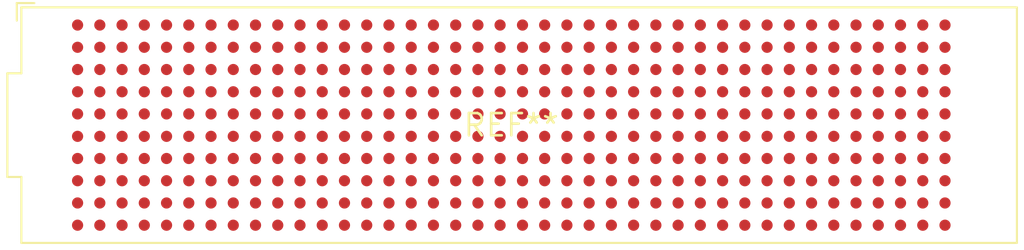
<source format=kicad_pcb>
(kicad_pcb (version 20240108) (generator pcbnew)
  (layers (0 "F.Cu" signal) (31 "B.Cu" signal) (34 "B.Paste" user) (35 "F.Paste" user) (36 "B.SilkS" user "B.Silkscreen") (37 "F.SilkS" user "F.Silkscreen") (38 "B.Mask" user) (39 "F.Mask" user) (44 "Edge.Cuts" user))
  (net 0 "")
  (footprint "Samtec_FMC_ASP-134486-01_10x40_P1.27mm_Vertical" (layer "F.Cu") (at 0 0)
    (property "Reference" "REF**")
    (property "Value" "Samtec_FMC_ASP-134486-01_10x40_P1.27mm_Vertical")
    (fp_line (start -28.775 -2.96) (end -27.975 -2.96) (layer "F.SilkS") (stroke (width 0.12)))
    (fp_line (start -28.775 2.96) (end -28.775 -2.96) (layer "F.SilkS") (stroke (width 0.12)))
    (fp_line (start -28.235 -6.97) (end -28.235 -5.97) (layer "F.SilkS") (stroke (width 0.12)))
    (fp_line (start -27.975 -6.725) (end 28.865 -6.725) (layer "F.SilkS") (stroke (width 0.12)))
    (fp_line (start -27.975 -2.96) (end -27.975 -6.725) (layer "F.SilkS") (stroke (width 0.12)))
    (fp_line (start -27.975 2.96) (end -28.775 2.96) (layer "F.SilkS") (stroke (width 0.12)))
    (fp_line (start -27.975 6.725) (end -27.975 2.96) (layer "F.SilkS") (stroke (width 0.12)))
    (fp_line (start -27.235 -6.97) (end -28.235 -6.97) (layer "F.SilkS") (stroke (width 0.12)))
    (fp_line (start 28.87 -6.72) (end 28.87 6.72) (layer "F.SilkS") (stroke (width 0.12)))
    (fp_line (start 28.87 6.725) (end -27.975 6.725) (layer "F.SilkS") (stroke (width 0.12)))
    (pad "" np_thru_hole circle (at -27.19 -3.05) (size 1.27 1.27) (drill 1.27) (layers *.Cu *.Mask))
    (pad "" np_thru_hole circle (at 27.191 0) (size 1.27 1.27) (drill 1.27) (layers *.Cu *.Mask))
    (pad "A1" smd circle (at -24.765 -5.715) (size 0.64 0.64) (layers "F.Cu" "F.Paste" "F.Mask"))
    (pad "A2" smd circle (at -23.495 -5.715) (size 0.64 0.64) (layers "F.Cu" "F.Paste" "F.Mask"))
    (pad "A3" smd circle (at -22.225 -5.715) (size 0.64 0.64) (layers "F.Cu" "F.Paste" "F.Mask"))
    (pad "A4" smd circle (at -20.955 -5.715) (size 0.64 0.64) (layers "F.Cu" "F.Paste" "F.Mask"))
    (pad "A5" smd circle (at -19.685 -5.715) (size 0.64 0.64) (layers "F.Cu" "F.Paste" "F.Mask"))
    (pad "A6" smd circle (at -18.415 -5.715) (size 0.64 0.64) (layers "F.Cu" "F.Paste" "F.Mask"))
    (pad "A7" smd circle (at -17.145 -5.715) (size 0.64 0.64) (layers "F.Cu" "F.Paste" "F.Mask"))
    (pad "A8" smd circle (at -15.875 -5.715) (size 0.64 0.64) (layers "F.Cu" "F.Paste" "F.Mask"))
    (pad "A9" smd circle (at -14.605 -5.715) (size 0.64 0.64) (layers "F.Cu" "F.Paste" "F.Mask"))
    (pad "A10" smd circle (at -13.335 -5.715) (size 0.64 0.64) (layers "F.Cu" "F.Paste" "F.Mask"))
    (pad "A11" smd circle (at -12.065 -5.715) (size 0.64 0.64) (layers "F.Cu" "F.Paste" "F.Mask"))
    (pad "A12" smd circle (at -10.795 -5.715) (size 0.64 0.64) (layers "F.Cu" "F.Paste" "F.Mask"))
    (pad "A13" smd circle (at -9.525 -5.715) (size 0.64 0.64) (layers "F.Cu" "F.Paste" "F.Mask"))
    (pad "A14" smd circle (at -8.255 -5.715) (size 0.64 0.64) (layers "F.Cu" "F.Paste" "F.Mask"))
    (pad "A15" smd circle (at -6.985 -5.715) (size 0.64 0.64) (layers "F.Cu" "F.Paste" "F.Mask"))
    (pad "A16" smd circle (at -5.715 -5.715) (size 0.64 0.64) (layers "F.Cu" "F.Paste" "F.Mask"))
    (pad "A17" smd circle (at -4.445 -5.715) (size 0.64 0.64) (layers "F.Cu" "F.Paste" "F.Mask"))
    (pad "A18" smd circle (at -3.175 -5.715) (size 0.64 0.64) (layers "F.Cu" "F.Paste" "F.Mask"))
    (pad "A19" smd circle (at -1.905 -5.715) (size 0.64 0.64) (layers "F.Cu" "F.Paste" "F.Mask"))
    (pad "A20" smd circle (at -0.64 -5.715) (size 0.64 0.64) (layers "F.Cu" "F.Paste" "F.Mask"))
    (pad "A21" smd circle (at 0.64 -5.715) (size 0.64 0.64) (layers "F.Cu" "F.Paste" "F.Mask"))
    (pad "A22" smd circle (at 1.905 -5.715) (size 0.64 0.64) (layers "F.Cu" "F.Paste" "F.Mask"))
    (pad "A23" smd circle (at 3.175 -5.715) (size 0.64 0.64) (layers "F.Cu" "F.Paste" "F.Mask"))
    (pad "A24" smd circle (at 4.445 -5.715) (size 0.64 0.64) (layers "F.Cu" "F.Paste" "F.Mask"))
    (pad "A25" smd circle (at 5.715 -5.715) (size 0.64 0.64) (layers "F.Cu" "F.Paste" "F.Mask"))
    (pad "A26" smd circle (at 6.985 -5.715) (size 0.64 0.64) (layers "F.Cu" "F.Paste" "F.Mask"))
    (pad "A27" smd circle (at 8.255 -5.715) (size 0.64 0.64) (layers "F.Cu" "F.Paste" "F.Mask"))
    (pad "A28" smd circle (at 9.525 -5.715) (size 0.64 0.64) (layers "F.Cu" "F.Paste" "F.Mask"))
    (pad "A29" smd circle (at 10.795 -5.715) (size 0.64 0.64) (layers "F.Cu" "F.Paste" "F.Mask"))
    (pad "A30" smd circle (at 12.065 -5.715) (size 0.64 0.64) (layers "F.Cu" "F.Paste" "F.Mask"))
    (pad "A31" smd circle (at 13.335 -5.715) (size 0.64 0.64) (layers "F.Cu" "F.Paste" "F.Mask"))
    (pad "A32" smd circle (at 14.605 -5.715) (size 0.64 0.64) (layers "F.Cu" "F.Paste" "F.Mask"))
    (pad "A33" smd circle (at 15.875 -5.715) (size 0.64 0.64) (layers "F.Cu" "F.Paste" "F.Mask"))
    (pad "A34" smd circle (at 17.145 -5.715) (size 0.64 0.64) (layers "F.Cu" "F.Paste" "F.Mask"))
    (pad "A35" smd circle (at 18.415 -5.715) (size 0.64 0.64) (layers "F.Cu" "F.Paste" "F.Mask"))
    (pad "A36" smd circle (at 19.685 -5.715) (size 0.64 0.64) (layers "F.Cu" "F.Paste" "F.Mask"))
    (pad "A37" smd circle (at 20.955 -5.715) (size 0.64 0.64) (layers "F.Cu" "F.Paste" "F.Mask"))
    (pad "A38" smd circle (at 22.225 -5.715) (size 0.64 0.64) (layers "F.Cu" "F.Paste" "F.Mask"))
    (pad "A39" smd circle (at 23.495 -5.715) (size 0.64 0.64) (layers "F.Cu" "F.Paste" "F.Mask"))
    (pad "A40" smd circle (at 24.765 -5.715) (size 0.64 0.64) (layers "F.Cu" "F.Paste" "F.Mask"))
    (pad "B1" smd circle (at -24.765 -4.445) (size 0.64 0.64) (layers "F.Cu" "F.Paste" "F.Mask"))
    (pad "B2" smd circle (at -23.495 -4.445) (size 0.64 0.64) (layers "F.Cu" "F.Paste" "F.Mask"))
    (pad "B3" smd circle (at -22.225 -4.445) (size 0.64 0.64) (layers "F.Cu" "F.Paste" "F.Mask"))
    (pad "B4" smd circle (at -20.955 -4.445) (size 0.64 0.64) (layers "F.Cu" "F.Paste" "F.Mask"))
    (pad "B5" smd circle (at -19.685 -4.445) (size 0.64 0.64) (layers "F.Cu" "F.Paste" "F.Mask"))
    (pad "B6" smd circle (at -18.415 -4.445) (size 0.64 0.64) (layers "F.Cu" "F.Paste" "F.Mask"))
    (pad "B7" smd circle (at -17.145 -4.445) (size 0.64 0.64) (layers "F.Cu" "F.Paste" "F.Mask"))
    (pad "B8" smd circle (at -15.875 -4.445) (size 0.64 0.64) (layers "F.Cu" "F.Paste" "F.Mask"))
    (pad "B9" smd circle (at -14.605 -4.445) (size 0.64 0.64) (layers "F.Cu" "F.Paste" "F.Mask"))
    (pad "B10" smd circle (at -13.335 -4.445) (size 0.64 0.64) (layers "F.Cu" "F.Paste" "F.Mask"))
    (pad "B11" smd circle (at -12.065 -4.445) (size 0.64 0.64) (layers "F.Cu" "F.Paste" "F.Mask"))
    (pad "B12" smd circle (at -10.795 -4.445) (size 0.64 0.64) (layers "F.Cu" "F.Paste" "F.Mask"))
    (pad "B13" smd circle (at -9.525 -4.445) (size 0.64 0.64) (layers "F.Cu" "F.Paste" "F.Mask"))
    (pad "B14" smd circle (at -8.255 -4.445) (size 0.64 0.64) (layers "F.Cu" "F.Paste" "F.Mask"))
    (pad "B15" smd circle (at -6.985 -4.445) (size 0.64 0.64) (layers "F.Cu" "F.Paste" "F.Mask"))
    (pad "B16" smd circle (at -5.715 -4.445) (size 0.64 0.64) (layers "F.Cu" "F.Paste" "F.Mask"))
    (pad "B17" smd circle (at -4.445 -4.445) (size 0.64 0.64) (layers "F.Cu" "F.Paste" "F.Mask"))
    (pad "B18" smd circle (at -3.175 -4.445) (size 0.64 0.64) (layers "F.Cu" "F.Paste" "F.Mask"))
    (pad "B19" smd circle (at -1.905 -4.445) (size 0.64 0.64) (layers "F.Cu" "F.Paste" "F.Mask"))
    (pad "B20" smd circle (at -0.64 -4.445) (size 0.64 0.64) (layers "F.Cu" "F.Paste" "F.Mask"))
    (pad "B21" smd circle (at 0.64 -4.445) (size 0.64 0.64) (layers "F.Cu" "F.Paste" "F.Mask"))
    (pad "B22" smd circle (at 1.905 -4.445) (size 0.64 0.64) (layers "F.Cu" "F.Paste" "F.Mask"))
    (pad "B23" smd circle (at 3.175 -4.445) (size 0.64 0.64) (layers "F.Cu" "F.Paste" "F.Mask"))
    (pad "B24" smd circle (at 4.445 -4.445) (size 0.64 0.64) (layers "F.Cu" "F.Paste" "F.Mask"))
    (pad "B25" smd circle (at 5.715 -4.445) (size 0.64 0.64) (layers "F.Cu" "F.Paste" "F.Mask"))
    (pad "B26" smd circle (at 6.985 -4.445) (size 0.64 0.64) (layers "F.Cu" "F.Paste" "F.Mask"))
    (pad "B27" smd circle (at 8.255 -4.445) (size 0.64 0.64) (layers "F.Cu" "F.Paste" "F.Mask"))
    (pad "B28" smd circle (at 9.525 -4.445) (size 0.64 0.64) (layers "F.Cu" "F.Paste" "F.Mask"))
    (pad "B29" smd circle (at 10.795 -4.445) (size 0.64 0.64) (layers "F.Cu" "F.Paste" "F.Mask"))
    (pad "B30" smd circle (at 12.065 -4.445) (size 0.64 0.64) (layers "F.Cu" "F.Paste" "F.Mask"))
    (pad "B31" smd circle (at 13.335 -4.445) (size 0.64 0.64) (layers "F.Cu" "F.Paste" "F.Mask"))
    (pad "B32" smd circle (at 14.605 -4.445) (size 0.64 0.64) (layers "F.Cu" "F.Paste" "F.Mask"))
    (pad "B33" smd circle (at 15.875 -4.445) (size 0.64 0.64) (layers "F.Cu" "F.Paste" "F.Mask"))
    (pad "B34" smd circle (at 17.145 -4.445) (size 0.64 0.64) (layers "F.Cu" "F.Paste" "F.Mask"))
    (pad "B35" smd circle (at 18.415 -4.445) (size 0.64 0.64) (layers "F.Cu" "F.Paste" "F.Mask"))
    (pad "B36" smd circle (at 19.685 -4.445) (size 0.64 0.64) (layers "F.Cu" "F.Paste" "F.Mask"))
    (pad "B37" smd circle (at 20.955 -4.445) (size 0.64 0.64) (layers "F.Cu" "F.Paste" "F.Mask"))
    (pad "B38" smd circle (at 22.225 -4.445) (size 0.64 0.64) (layers "F.Cu" "F.Paste" "F.Mask"))
    (pad "B39" smd circle (at 23.495 -4.445) (size 0.64 0.64) (layers "F.Cu" "F.Paste" "F.Mask"))
    (pad "B40" smd circle (at 24.765 -4.445) (size 0.64 0.64) (layers "F.Cu" "F.Paste" "F.Mask"))
    (pad "C1" smd circle (at -24.765 -3.175) (size 0.64 0.64) (layers "F.Cu" "F.Paste" "F.Mask"))
    (pad "C2" smd circle (at -23.495 -3.175) (size 0.64 0.64) (layers "F.Cu" "F.Paste" "F.Mask"))
    (pad "C3" smd circle (at -22.225 -3.175) (size 0.64 0.64) (layers "F.Cu" "F.Paste" "F.Mask"))
    (pad "C4" smd circle (at -20.955 -3.175) (size 0.64 0.64) (layers "F.Cu" "F.Paste" "F.Mask"))
    (pad "C5" smd circle (at -19.685 -3.175) (size 0.64 0.64) (layers "F.Cu" "F.Paste" "F.Mask"))
    (pad "C6" smd circle (at -18.415 -3.175) (size 0.64 0.64) (layers "F.Cu" "F.Paste" "F.Mask"))
    (pad "C7" smd circle (at -17.145 -3.175) (size 0.64 0.64) (layers "F.Cu" "F.Paste" "F.Mask"))
    (pad "C8" smd circle (at -15.875 -3.175) (size 0.64 0.64) (layers "F.Cu" "F.Paste" "F.Mask"))
    (pad "C9" smd circle (at -14.605 -3.175) (size 0.64 0.64) (layers "F.Cu" "F.Paste" "F.Mask"))
    (pad "C10" smd circle (at -13.335 -3.175) (size 0.64 0.64) (layers "F.Cu" "F.Paste" "F.Mask"))
    (pad "C11" smd circle (at -12.065 -3.175) (size 0.64 0.64) (layers "F.Cu" "F.Paste" "F.Mask"))
    (pad "C12" smd circle (at -10.795 -3.175) (size 0.64 0.64) (layers "F.Cu" "F.Paste" "F.Mask"))
    (pad "C13" smd circle (at -9.525 -3.175) (size 0.64 0.64) (layers "F.Cu" "F.Paste" "F.Mask"))
    (pad "C14" smd circle (at -8.255 -3.175) (size 0.64 0.64) (layers "F.Cu" "F.Paste" "F.Mask"))
    (pad "C15" smd circle (at -6.985 -3.175) (size 0.64 0.64) (layers "F.Cu" "F.Paste" "F.Mask"))
    (pad "C16" smd circle (at -5.715 -3.175) (size 0.64 0.64) (layers "F.Cu" "F.Paste" "F.Mask"))
    (pad "C17" smd circle (at -4.445 -3.175) (size 0.64 0.64) (layers "F.Cu" "F.Paste" "F.Mask"))
    (pad "C18" smd circle (at -3.175 -3.175) (size 0.64 0.64) (layers "F.Cu" "F.Paste" "F.Mask"))
    (pad "C19" smd circle (at -1.905 -3.175) (size 0.64 0.64) (layers "F.Cu" "F.Paste" "F.Mask"))
    (pad "C20" smd circle (at -0.64 -3.175) (size 0.64 0.64) (layers "F.Cu" "F.Paste" "F.Mask"))
    (pad "C21" smd circle (at 0.64 -3.175) (size 0.64 0.64) (layers "F.Cu" "F.Paste" "F.Mask"))
    (pad "C22" smd circle (at 1.905 -3.175) (size 0.64 0.64) (layers "F.Cu" "F.Paste" "F.Mask"))
    (pad "C23" smd circle (at 3.175 -3.175) (size 0.64 0.64) (layers "F.Cu" "F.Paste" "F.Mask"))
    (pad "C24" smd circle (at 4.445 -3.175) (size 0.64 0.64) (layers "F.Cu" "F.Paste" "F.Mask"))
    (pad "C25" smd circle (at 5.715 -3.175) (size 0.64 0.64) (layers "F.Cu" "F.Paste" "F.Mask"))
    (pad "C26" smd circle (at 6.985 -3.175) (size 0.64 0.64) (layers "F.Cu" "F.Paste" "F.Mask"))
    (pad "C27" smd circle (at 8.255 -3.175) (size 0.64 0.64) (layers "F.Cu" "F.Paste" "F.Mask"))
    (pad "C28" smd circle (at 9.525 -3.175) (size 0.64 0.64) (layers "F.Cu" "F.Paste" "F.Mask"))
    (pad "C29" smd circle (at 10.795 -3.175) (size 0.64 0.64) (layers "F.Cu" "F.Paste" "F.Mask"))
    (pad "C30" smd circle (at 12.065 -3.175) (size 0.64 0.64) (layers "F.Cu" "F.Paste" "F.Mask"))
    (pad "C31" smd circle (at 13.335 -3.175) (size 0.64 0.64) (layers "F.Cu" "F.Paste" "F.Mask"))
    (pad "C32" smd circle (at 14.605 -3.175) (size 0.64 0.64) (layers "F.Cu" "F.Paste" "F.Mask"))
    (pad "C33" smd circle (at 15.875 -3.175) (size 0.64 0.64) (layers "F.Cu" "F.Paste" "F.Mask"))
    (pad "C34" smd circle (at 17.145 -3.175) (size 0.64 0.64) (layers "F.Cu" "F.Paste" "F.Mask"))
    (pad "C35" smd circle (at 18.415 -3.175) (size 0.64 0.64) (layers "F.Cu" "F.Paste" "F.Mask"))
    (pad "C36" smd circle (at 19.685 -3.175) (size 0.64 0.64) (layers "F.Cu" "F.Paste" "F.Mask"))
    (pad "C37" smd circle (at 20.955 -3.175) (size 0.64 0.64) (layers "F.Cu" "F.Paste" "F.Mask"))
    (pad "C38" smd circle (at 22.225 -3.175) (size 0.64 0.64) (layers "F.Cu" "F.Paste" "F.Mask"))
    (pad "C39" smd circle (at 23.495 -3.175) (size 0.64 0.64) (layers "F.Cu" "F.Paste" "F.Mask"))
    (pad "C40" smd circle (at 24.765 -3.175) (size 0.64 0.64) (layers "F.Cu" "F.Paste" "F.Mask"))
    (pad "D1" smd circle (at -24.765 -1.905) (size 0.64 0.64) (layers "F.Cu" "F.Paste" "F.Mask"))
    (pad "D2" smd circle (at -23.495 -1.905) (size 0.64 0.64) (layers "F.Cu" "F.Paste" "F.Mask"))
    (pad "D3" smd circle (at -22.225 -1.905) (size 0.64 0.64) (layers "F.Cu" "F.Paste" "F.Mask"))
    (pad "D4" smd circle (at -20.955 -1.905) (size 0.64 0.64) (layers "F.Cu" "F.Paste" "F.Mask"))
    (pad "D5" smd circle (at -19.685 -1.905) (size 0.64 0.64) (layers "F.Cu" "F.Paste" "F.Mask"))
    (pad "D6" smd circle (at -18.415 -1.905) (size 0.64 0.64) (layers "F.Cu" "F.Paste" "F.Mask"))
    (pad "D7" smd circle (at -17.145 -1.905) (size 0.64 0.64) (layers "F.Cu" "F.Paste" "F.Mask"))
    (pad "D8" smd circle (at -15.875 -1.905) (size 0.64 0.64) (layers "F.Cu" "F.Paste" "F.Mask"))
    (pad "D9" smd circle (at -14.605 -1.905) (size 0.64 0.64) (layers "F.Cu" "F.Paste" "F.Mask"))
    (pad "D10" smd circle (at -13.335 -1.905) (size 0.64 0.64) (layers "F.Cu" "F.Paste" "F.Mask"))
    (pad "D11" smd circle (at -12.065 -1.905) (size 0.64 0.64) (layers "F.Cu" "F.Paste" "F.Mask"))
    (pad "D12" smd circle (at -10.795 -1.905) (size 0.64 0.64) (layers "F.Cu" "F.Paste" "F.Mask"))
    (pad "D13" smd circle (at -9.525 -1.905) (size 0.64 0.64) (layers "F.Cu" "F.Paste" "F.Mask"))
    (pad "D14" smd circle (at -8.255 -1.905) (size 0.64 0.64) (layers "F.Cu" "F.Paste" "F.Mask"))
    (pad "D15" smd circle (at -6.985 -1.905) (size 0.64 0.64) (layers "F.Cu" "F.Paste" "F.Mask"))
    (pad "D16" smd circle (at -5.715 -1.905) (size 0.64 0.64) (layers "F.Cu" "F.Paste" "F.Mask"))
    (pad "D17" smd circle (at -4.445 -1.905) (size 0.64 0.64) (layers "F.Cu" "F.Paste" "F.Mask"))
    (pad "D18" smd circle (at -3.175 -1.905) (size 0.64 0.64) (layers "F.Cu" "F.Paste" "F.Mask"))
    (pad "D19" smd circle (at -1.905 -1.905) (size 0.64 0.64) (layers "F.Cu" "F.Paste" "F.Mask"))
    (pad "D20" smd circle (at -0.64 -1.905) (size 0.64 0.64) (layers "F.Cu" "F.Paste" "F.Mask"))
    (pad "D21" smd circle (at 0.64 -1.905) (size 0.64 0.64) (layers "F.Cu" "F.Paste" "F.Mask"))
    (pad "D22" smd circle (at 1.905 -1.905) (size 0.64 0.64) (layers "F.Cu" "F.Paste" "F.Mask"))
    (pad "D23" smd circle (at 3.175 -1.905) (size 0.64 0.64) (layers "F.Cu" "F.Paste" "F.Mask"))
    (pad "D24" smd circle (at 4.445 -1.905) (size 0.64 0.64) (layers "F.Cu" "F.Paste" "F.Mask"))
    (pad "D25" smd circle (at 5.715 -1.905) (size 0.64 0.64) (layers "F.Cu" "F.Paste" "F.Mask"))
    (pad "D26" smd circle (at 6.985 -1.905) (size 0.64 0.64) (layers "F.Cu" "F.Paste" "F.Mask"))
    (pad "D27" smd circle (at 8.255 -1.905) (size 0.64 0.64) (layers "F.Cu" "F.Paste" "F.Mask"))
    (pad "D28" smd circle (at 9.525 -1.905) (size 0.64 0.64) (layers "F.Cu" "F.Paste" "F.Mask"))
    (pad "D29" smd circle (at 10.795 -1.905) (size 0.64 0.64) (layers "F.Cu" "F.Paste" "F.Mask"))
    (pad "D30" smd circle (at 12.065 -1.905) (size 0.64 0.64) (layers "F.Cu" "F.Paste" "F.Mask"))
    (pad "D31" smd circle (at 13.335 -1.905) (size 0.64 0.64) (layers "F.Cu" "F.Paste" "F.Mask"))
    (pad "D32" smd circle (at 14.605 -1.905) (size 0.64 0.64) (layers "F.Cu" "F.Paste" "F.Mask"))
    (pad "D33" smd circle (at 15.875 -1.905) (size 0.64 0.64) (layers "F.Cu" "F.Paste" "F.Mask"))
    (pad "D34" smd circle (at 17.145 -1.905) (size 0.64 0.64) (layers "F.Cu" "F.Paste" "F.Mask"))
    (pad "D35" smd circle (at 18.415 -1.905) (size 0.64 0.64) (layers "F.Cu" "F.Paste" "F.Mask"))
    (pad "D36" smd circle (at 19.685 -1.905) (size 0.64 0.64) (layers "F.Cu" "F.Paste" "F.Mask"))
    (pad "D37" smd circle (at 20.955 -1.905) (size 0.64 0.64) (layers "F.Cu" "F.Paste" "F.Mask"))
    (pad "D38" smd circle (at 22.225 -1.905) (size 0.64 0.64) (layers "F.Cu" "F.Paste" "F.Mask"))
    (pad "D39" smd circle (at 23.495 -1.905) (size 0.64 0.64) (layers "F.Cu" "F.Paste" "F.Mask"))
    (pad "D40" smd circle (at 24.765 -1.905) (size 0.64 0.64) (layers "F.Cu" "F.Paste" "F.Mask"))
    (pad "E1" smd circle (at -24.765 -0.64) (size 0.64 0.64) (layers "F.Cu" "F.Paste" "F.Mask"))
    (pad "E2" smd circle (at -23.495 -0.64) (size 0.64 0.64) (layers "F.Cu" "F.Paste" "F.Mask"))
    (pad "E3" smd circle (at -22.225 -0.64) (size 0.64 0.64) (layers "F.Cu" "F.Paste" "F.Mask"))
    (pad "E4" smd circle (at -20.955 -0.64) (size 0.64 0.64) (layers "F.Cu" "F.Paste" "F.Mask"))
    (pad "E5" smd circle (at -19.685 -0.64) (size 0.64 0.64) (layers "F.Cu" "F.Paste" "F.Mask"))
    (pad "E6" smd circle (at -18.415 -0.64) (size 0.64 0.64) (layers "F.Cu" "F.Paste" "F.Mask"))
    (pad "E7" smd circle (at -17.145 -0.64) (size 0.64 0.64) (layers "F.Cu" "F.Paste" "F.Mask"))
    (pad "E8" smd circle (at -15.875 -0.64) (size 0.64 0.64) (layers "F.Cu" "F.Paste" "F.Mask"))
    (pad "E9" smd circle (at -14.605 -0.64) (size 0.64 0.64) (layers "F.Cu" "F.Paste" "F.Mask"))
    (pad "E10" smd circle (at -13.335 -0.64) (size 0.64 0.64) (layers "F.Cu" "F.Paste" "F.Mask"))
    (pad "E11" smd circle (at -12.065 -0.64) (size 0.64 0.64) (layers "F.Cu" "F.Paste" "F.Mask"))
    (pad "E12" smd circle (at -10.795 -0.64) (size 0.64 0.64) (layers "F.Cu" "F.Paste" "F.Mask"))
    (pad "E13" smd circle (at -9.525 -0.64) (size 0.64 0.64) (layers "F.Cu" "F.Paste" "F.Mask"))
    (pad "E14" smd circle (at -8.255 -0.64) (size 0.64 0.64) (layers "F.Cu" "F.Paste" "F.Mask"))
    (pad "E15" smd circle (at -6.985 -0.64) (size 0.64 0.64) (layers "F.Cu" "F.Paste" "F.Mask"))
    (pad "E16" smd circle (at -5.715 -0.64) (size 0.64 0.64) (layers "F.Cu" "F.Paste" "F.Mask"))
    (pad "E17" smd circle (at -4.445 -0.64) (size 0.64 0.64) (layers "F.Cu" "F.Paste" "F.Mask"))
    (pad "E18" smd circle (at -3.175 -0.64) (size 0.64 0.64) (layers "F.Cu" "F.Paste" "F.Mask"))
    (pad "E19" smd circle (at -1.905 -0.64) (size 0.64 0.64) (layers "F.Cu" "F.Paste" "F.Mask"))
    (pad "E20" smd circle (at -0.64 -0.64) (size 0.64 0.64) (layers "F.Cu" "F.Paste" "F.Mask"))
    (pad "E21" smd circle (at 0.64 -0.64) (size 0.64 0.64) (layers "F.Cu" "F.Paste" "F.Mask"))
    (pad "E22" smd circle (at 1.905 -0.64) (size 0.64 0.64) (layers "F.Cu" "F.Paste" "F.Mask"))
    (pad "E23" smd circle (at 3.175 -0.64) (size 0.64 0.64) (layers "F.Cu" "F.Paste" "F.Mask"))
    (pad "E24" smd circle (at 4.445 -0.64) (size 0.64 0.64) (layers "F.Cu" "F.Paste" "F.Mask"))
    (pad "E25" smd circle (at 5.715 -0.64) (size 0.64 0.64) (layers "F.Cu" "F.Paste" "F.Mask"))
    (pad "E26" smd circle (at 6.985 -0.64) (size 0.64 0.64) (layers "F.Cu" "F.Paste" "F.Mask"))
    (pad "E27" smd circle (at 8.255 -0.64) (size 0.64 0.64) (layers "F.Cu" "F.Paste" "F.Mask"))
    (pad "E28" smd circle (at 9.525 -0.64) (size 0.64 0.64) (layers "F.Cu" "F.Paste" "F.Mask"))
    (pad "E29" smd circle (at 10.795 -0.64) (size 0.64 0.64) (layers "F.Cu" "F.Paste" "F.Mask"))
    (pad "E30" smd circle (at 12.065 -0.64) (size 0.64 0.64) (layers "F.Cu" "F.Paste" "F.Mask"))
    (pad "E31" smd circle (at 13.335 -0.64) (size 0.64 0.64) (layers "F.Cu" "F.Paste" "F.Mask"))
    (pad "E32" smd circle (at 14.605 -0.64) (size 0.64 0.64) (layers "F.Cu" "F.Paste" "F.Mask"))
    (pad "E33" smd circle (at 15.875 -0.64) (size 0.64 0.64) (layers "F.Cu" "F.Paste" "F.Mask"))
    (pad "E34" smd circle (at 17.145 -0.64) (size 0.64 0.64) (layers "F.Cu" "F.Paste" "F.Mask"))
    (pad "E35" smd circle (at 18.415 -0.64) (size 0.64 0.64) (layers "F.Cu" "F.Paste" "F.Mask"))
    (pad "E36" smd circle (at 19.685 -0.64) (size 0.64 0.64) (layers "F.Cu" "F.Paste" "F.Mask"))
    (pad "E37" smd circle (at 20.955 -0.64) (size 0.64 0.64) (layers "F.Cu" "F.Paste" "F.Mask"))
    (pad "E38" smd circle (at 22.225 -0.64) (size 0.64 0.64) (layers "F.Cu" "F.Paste" "F.Mask"))
    (pad "E39" smd circle (at 23.495 -0.64) (size 0.64 0.64) (layers "F.Cu" "F.Paste" "F.Mask"))
    (pad "E40" smd circle (at 24.765 -0.64) (size 0.64 0.64) (layers "F.Cu" "F.Paste" "F.Mask"))
    (pad "F1" smd circle (at -24.765 0.64) (size 0.64 0.64) (layers "F.Cu" "F.Paste" "F.Mask"))
    (pad "F2" smd circle (at -23.495 0.64) (size 0.64 0.64) (layers "F.Cu" "F.Paste" "F.Mask"))
    (pad "F3" smd circle (at -22.225 0.64) (size 0.64 0.64) (layers "F.Cu" "F.Paste" "F.Mask"))
    (pad "F4" smd circle (at -20.955 0.64) (size 0.64 0.64) (layers "F.Cu" "F.Paste" "F.Mask"))
    (pad "F5" smd circle (at -19.685 0.64) (size 0.64 0.64) (layers "F.Cu" "F.Paste" "F.Mask"))
    (pad "F6" smd circle (at -18.415 0.64) (size 0.64 0.64) (layers "F.Cu" "F.Paste" "F.Mask"))
    (pad "F7" smd circle (at -17.145 0.64) (size 0.64 0.64) (layers "F.Cu" "F.Paste" "F.Mask"))
    (pad "F8" smd circle (at -15.875 0.64) (size 0.64 0.64) (layers "F.Cu" "F.Paste" "F.Mask"))
    (pad "F9" smd circle (at -14.605 0.64) (size 0.64 0.64) (layers "F.Cu" "F.Paste" "F.Mask"))
    (pad "F10" smd circle (at -13.335 0.64) (size 0.64 0.64) (layers "F.Cu" "F.Paste" "F.Mask"))
    (pad "F11" smd circle (at -12.065 0.64) (size 0.64 0.64) (layers "F.Cu" "F.Paste" "F.Mask"))
    (pad "F12" smd circle (at -10.795 0.64) (size 0.64 0.64) (layers "F.Cu" "F.Paste" "F.Mask"))
    (pad "F13" smd circle (at -9.525 0.64) (size 0.64 0.64) (layers "F.Cu" "F.Paste" "F.Mask"))
    (pad "F14" smd circle (at -8.255 0.64) (size 0.64 0.64) (layers "F.Cu" "F.Paste" "F.Mask"))
    (pad "F15" smd circle (at -6.985 0.64) (size 0.64 0.64) (layers "F.Cu" "F.Paste" "F.Mask"))
    (pad "F16" smd circle (at -5.715 0.64) (size 0.64 0.64) (layers "F.Cu" "F.Paste" "F.Mask"))
    (pad "F17" smd circle (at -4.445 0.64) (size 0.64 0.64) (layers "F.Cu" "F.Paste" "F.Mask"))
    (pad "F18" smd circle (at -3.175 0.64) (size 0.64 0.64) (layers "F.Cu" "F.Paste" "F.Mask"))
    (pad "F19" smd circle (at -1.905 0.64) (size 0.64 0.64) (layers "F.Cu" "F.Paste" "F.Mask"))
    (pad "F20" smd circle (at -0.64 0.64) (size 0.64 0.64) (layers "F.Cu" "F.Paste" "F.Mask"))
    (pad "F21" smd circle (at 0.64 0.64) (size 0.64 0.64) (layers "F.Cu" "F.Paste" "F.Mask"))
    (pad "F22" smd circle (at 1.905 0.64) (size 0.64 0.64) (layers "F.Cu" "F.Paste" "F.Mask"))
    (pad "F23" smd circle (at 3.175 0.64) (size 0.64 0.64) (layers "F.Cu" "F.Paste" "F.Mask"))
    (pad "F24" smd circle (at 4.445 0.64) (size 0.64 0.64) (layers "F.Cu" "F.Paste" "F.Mask"))
    (pad "F25" smd circle (at 5.715 0.64) (size 0.64 0.64) (layers "F.Cu" "F.Paste" "F.Mask"))
    (pad "F26" smd circle (at 6.985 0.64) (size 0.64 0.64) (layers "F.Cu" "F.Paste" "F.Mask"))
    (pad "F27" smd circle (at 8.255 0.64) (size 0.64 0.64) (layers "F.Cu" "F.Paste" "F.Mask"))
    (pad "F28" smd circle (at 9.525 0.64) (size 0.64 0.64) (layers "F.Cu" "F.Paste" "F.Mask"))
    (pad "F29" smd circle (at 10.795 0.64) (size 0.64 0.64) (layers "F.Cu" "F.Paste" "F.Mask"))
    (pad "F30" smd circle (at 12.065 0.64) (size 0.64 0.64) (layers "F.Cu" "F.Paste" "F.Mask"))
    (pad "F31" smd circle (at 13.335 0.64) (size 0.64 0.64) (layers "F.Cu" "F.Paste" "F.Mask"))
    (pad "F32" smd circle (at 14.605 0.64) (size 0.64 0.64) (layers "F.Cu" "F.Paste" "F.Mask"))
    (pad "F33" smd circle (at 15.875 0.64) (size 0.64 0.64) (layers "F.Cu" "F.Paste" "F.Mask"))
    (pad "F34" smd circle (at 17.145 0.64) (size 0.64 0.64) (layers "F.Cu" "F.Paste" "F.Mask"))
    (pad "F35" smd circle (at 18.415 0.64) (size 0.64 0.64) (layers "F.Cu" "F.Paste" "F.Mask"))
    (pad "F36" smd circle (at 19.685 0.64) (size 0.64 0.64) (layers "F.Cu" "F.Paste" "F.Mask"))
    (pad "F37" smd circle (at 20.955 0.64) (size 0.64 0.64) (layers "F.Cu" "F.Paste" "F.Mask"))
    (pad "F38" smd circle (at 22.225 0.64) (size 0.64 0.64) (layers "F.Cu" "F.Paste" "F.Mask"))
    (pad "F39" smd circle (at 23.495 0.64) (size 0.64 0.64) (layers "F.Cu" "F.Paste" "F.Mask"))
    (pad "F40" smd circle (at 24.765 0.64) (size 0.64 0.64) (layers "F.Cu" "F.Paste" "F.Mask"))
    (pad "G1" smd circle (at -24.765 1.905) (size 0.64 0.64) (layers "F.Cu" "F.Paste" "F.Mask"))
    (pad "G2" smd circle (at -23.495 1.905) (size 0.64 0.64) (layers "F.Cu" "F.Paste" "F.Mask"))
    (pad "G3" smd circle (at -22.225 1.905) (size 0.64 0.64) (layers "F.Cu" "F.Paste" "F.Mask"))
    (pad "G4" smd circle (at -20.955 1.905) (size 0.64 0.64) (layers "F.Cu" "F.Paste" "F.Mask"))
    (pad "G5" smd circle (at -19.685 1.905) (size 0.64 0.64) (layers "F.Cu" "F.Paste" "F.Mask"))
    (pad "G6" smd circle (at -18.415 1.905) (size 0.64 0.64) (layers "F.Cu" "F.Paste" "F.Mask"))
    (pad "G7" smd circle (at -17.145 1.905) (size 0.64 0.64) (layers "F.Cu" "F.Paste" "F.Mask"))
    (pad "G8" smd circle (at -15.875 1.905) (size 0.64 0.64) (layers "F.Cu" "F.Paste" "F.Mask"))
    (pad "G9" smd circle (at -14.605 1.905) (size 0.64 0.64) (layers "F.Cu" "F.Paste" "F.Mask"))
    (pad "G10" smd circle (at -13.335 1.905) (size 0.64 0.64) (layers "F.Cu" "F.Paste" "F.Mask"))
    (pad "G11" smd circle (at -12.065 1.905) (size 0.64 0.64) (layers "F.Cu" "F.Paste" "F.Mask"))
    (pad "G12" smd circle (at -10.795 1.905) (size 0.64 0.64) (layers "F.Cu" "F.Paste" "F.Mask"))
    (pad "G13" smd circle (at -9.525 1.905) (size 0.64 0.64) (layers "F.Cu" "F.Paste" "F.Mask"))
    (pad "G14" smd circle (at -8.255 1.905) (size 0.64 0.64) (layers "F.Cu" "F.Paste" "F.Mask"))
    (pad "G15" smd circle (at -6.985 1.905) (size 0.64 0.64) (layers "F.Cu" "F.Paste" "F.Mask"))
    (pad "G16" smd circle (at -5.715 1.905) (size 0.64 0.64) (layers "F.Cu" "F.Paste" "F.Mask"))
    (pad "G17" smd circle (at -4.445 1.905) (size 0.64 0.64) (layers "F.Cu" "F.Paste" "F.Mask"))
    (pad "G18" smd circle (at -3.175 1.905) (size 0.64 0.64) (layers "F.Cu" "F.Paste" "F.Mask"))
    (pad "G19" smd circle (at -1.905 1.905) (size 0.64 0.64) (layers "F.Cu" "F.Paste" "F.Mask"))
    (pad "G20" smd circle (at -0.64 1.905) (size 0.64 0.64) (layers "F.Cu" "F.Paste" "F.Mask"))
    (pad "G21" smd circle (at 0.64 1.905) (size 0.64 0.64) (layers "F.Cu" "F.Paste" "F.Mask"))
    (pad "G22" smd circle (at 1.905 1.905) (size 0.64 0.64) (layers "F.Cu" "F.Paste" "F.Mask"))
    (pad "G23" smd circle (at 3.175 1.905) (size 0.64 0.64) (layers "F.Cu" "F.Paste" "F.Mask"))
    (pad "G24" smd circle (at 4.445 1.905) (size 0.64 0.64) (layers "F.Cu" "F.Paste" "F.Mask"))
    (pad "G25" smd circle (at 5.715 1.905) (size 0.64 0.64) (layers "F.Cu" "F.Paste" "F.Mask"))
    (pad "G26" smd circle (at 6.985 1.905) (size 0.64 0.64) (layers "F.Cu" "F.Paste" "F.Mask"))
    (pad "G27" smd circle (at 8.255 1.905) (size 0.64 0.64) (layers "F.Cu" "F.Paste" "F.Mask"))
    (pad "G28" smd circle (at 9.525 1.905) (size 0.64 0.64) (layers "F.Cu" "F.Paste" "F.Mask"))
    (pad "G29" smd circle (at 10.795 1.905) (size 0.64 0.64) (layers "F.Cu" "F.Paste" "F.Mask"))
    (pad "G30" smd circle (at 12.065 1.905) (size 0.64 0.64) (layers "F.Cu" "F.Paste" "F.Mask"))
    (pad "G31" smd circle (at 13.335 1.905) (size 0.64 0.64) (layers "F.Cu" "F.Paste" "F.Mask"))
    (pad "G32" smd circle (at 14.605 1.905) (size 0.64 0.64) (layers "F.Cu" "F.Paste" "F.Mask"))
    (pad "G33" smd circle (at 15.875 1.905) (size 0.64 0.64) (layers "F.Cu" "F.Paste" "F.Mask"))
    (pad "G34" smd circle (at 17.145 1.905) (size 0.64 0.64) (layers "F.Cu" "F.Paste" "F.Mask"))
    (pad "G35" smd circle (at 18.415 1.905) (size 0.64 0.64) (layers "F.Cu" "F.Paste" "F.Mask"))
    (pad "G36" smd circle (at 19.685 1.905) (size 0.64 0.64) (layers "F.Cu" "F.Paste" "F.Mask"))
    (pad "G37" smd circle (at 20.955 1.905) (size 0.64 0.64) (layers "F.Cu" "F.Paste" "F.Mask"))
    (pad "G38" smd circle (at 22.225 1.905) (size 0.64 0.64) (layers "F.Cu" "F.Paste" "F.Mask"))
    (pad "G39" smd circle (at 23.495 1.905) (size 0.64 0.64) (layers "F.Cu" "F.Paste" "F.Mask"))
    (pad "G40" smd circle (at 24.765 1.905) (size 0.64 0.64) (layers "F.Cu" "F.Paste" "F.Mask"))
    (pad "H1" smd circle (at -24.765 3.175) (size 0.64 0.64) (layers "F.Cu" "F.Paste" "F.Mask"))
    (pad "H2" smd circle (at -23.495 3.175) (size 0.64 0.64) (layers "F.Cu" "F.Paste" "F.Mask"))
    (pad "H3" smd circle (at -22.225 3.175) (size 0.64 0.64) (layers "F.Cu" "F.Paste" "F.Mask"))
    (pad "H4" smd circle (at -20.955 3.175) (size 0.64 0.64) (layers "F.Cu" "F.Paste" "F.Mask"))
    (pad "H5" smd circle (at -19.685 3.175) (size 0.64 0.64) (layers "F.Cu" "F.Paste" "F.Mask"))
    (pad "H6" smd circle (at -18.415 3.175) (size 0.64 0.64) (layers "F.Cu" "F.Paste" "F.Mask"))
    (pad "H7" smd circle (at -17.145 3.175) (size 0.64 0.64) (layers "F.Cu" "F.Paste" "F.Mask"))
    (pad "H8" smd circle (at -15.875 3.175) (size 0.64 0.64) (layers "F.Cu" "F.Paste" "F.Mask"))
    (pad "H9" smd circle (at -14.605 3.175) (size 0.64 0.64) (layers "F.Cu" "F.Paste" "F.Mask"))
    (pad "H10" smd circle (at -13.335 3.175) (size 0.64 0.64) (layers "F.Cu" "F.Paste" "F.Mask"))
    (pad "H11" smd circle (at -12.065 3.175) (size 0.64 0.64) (layers "F.Cu" "F.Paste" "F.Mask"))
    (pad "H12" smd circle (at -10.795 3.175) (size 0.64 0.64) (layers "F.Cu" "F.Paste" "F.Mask"))
    (pad "H13" smd circle (at -9.525 3.175) (size 0.64 0.64) (layers "F.Cu" "F.Paste" "F.Mask"))
    (pad "H14" smd circle (at -8.255 3.175) (size 0.64 0.64) (layers "F.Cu" "F.Paste" "F.Mask"))
    (pad "H15" smd circle (at -6.985 3.175) (size 0.64 0.64) (layers "F.Cu" "F.Paste" "F.Mask"))
    (pad "H16" smd circle (at -5.715 3.175) (size 0.64 0.64) (layers "F.Cu" "F.Paste" "F.Mask"))
    (pad "H17" smd circle (at -4.445 3.175) (size 0.64 0.64) (layers "F.Cu" "F.Paste" "F.Mask"))
    (pad "H18" smd circle (at -3.175 3.175) (size 0.64 0.64) (layers "F.Cu" "F.Paste" "F.Mask"))
    (pad "H19" smd circle (at -1.905 3.175) (size 0.64 0.64) (layers "F.Cu" "F.Paste" "F.Mask"))
    (pad "H20" smd circle (at -0.64 3.175) (size 0.64 0.64) (layers "F.Cu" "F.Paste" "F.Mask"))
    (pad "H21" smd circle (at 0.64 3.175) (size 0.64 0.64) (layers "F.Cu" "F.Paste" "F.Mask"))
    (pad "H22" smd circle (at 1.905 3.175) (size 0.64 0.64) (layers "F.Cu" "F.Paste" "F.Mask"))
    (pad "H23" smd circle (at 3.175 3.175) (size 0.64 0.64) (layers "F.Cu" "F.Paste" "F.Mask"))
    (pad "H24" smd circle (at 4.445 3.175) (size 0.64 0.64) (layers "F.Cu" "F.Paste" "F.Mask"))
    (pad "H25" smd circle (at 5.715 3.175) (size 0.64 0.64) (layers "F.Cu" "F.Paste" "F.Mask"))
    (pad "H26" smd circle (at 6.985 3.175) (size 0.64 0.64) (layers "F.Cu" "F.Paste" "F.Mask"))
    (pad "H27" smd circle (at 8.255 3.175) (size 0.64 0.64) (layers "F.Cu" "F.Paste" "F.Mask"))
    (pad "H28" smd circle (at 9.525 3.175) (size 0.64 0.64) (layers "F.Cu" "F.Paste" "F.Mask"))
    (pad "H29" smd circle (at 10.795 3.175) (size 0.64 0.64) (layers "F.Cu" "F.Paste" "F.Mask"))
    (pad "H30" smd circle (at 12.065 3.175) (size 0.64 0.64) (layers "F.Cu" "F.Paste" "F.Mask"))
    (pad "H31" smd circle (at 13.335 3.175) (size 0.64 0.64) (layers "F.Cu" "F.Paste" "F.Mask"))
    (pad "H32" smd circle (at 14.605 3.175) (size 0.64 0.64) (layers "F.Cu" "F.Paste" "F.Mask"))
    (pad "H33" smd circle (at 15.875 3.175) (size 0.64 0.64) (layers "F.Cu" "F.Paste" "F.Mask"))
    (pad "H34" smd circle (at 17.145 3.175) (size 0.64 0.64) (layers "F.Cu" "F.Paste" "F.Mask"))
    (pad "H35" smd circle (at 18.415 3.175) (size 0.64 0.64) (layers "F.Cu" "F.Paste" "F.Mask"))
    (pad "H36" smd circle (at 19.685 3.175) (size 0.64 0.64) (layers "F.Cu" "F.Paste" "F.Mask"))
    (pad "H37" smd circle (at 20.955 3.175) (size 0.64 0.64) (layers "F.Cu" "F.Paste" "F.Mask"))
    (pad "H38" smd circle (at 22.225 3.175) (size 0.64 0.64) (layers "F.Cu" "F.Paste" "F.Mask"))
    (pad "H39" smd circle (at 23.495 3.175) (size 0.64 0.64) (layers "F.Cu" "F.Paste" "F.Mask"))
    (pad "H40" smd circle (at 24.765 3.175) (size 0.64 0.64) (layers "F.Cu" "F.Paste" "F.Mask"))
    (pad "J1" smd circle (at -24.765 4.445) (size 0.64 0.64) (layers "F.Cu" "F.Paste" "F.Mask"))
    (pad "J2" smd circle (at -23.495 4.445) (size 0.64 0.64) (layers "F.Cu" "F.Paste" "F.Mask"))
    (pad "J3" smd circle (at -22.225 4.445) (size 0.64 0.64) (layers "F.Cu" "F.Paste" "F.Mask"))
    (pad "J4" smd circle (at -20.955 4.445) (size 0.64 0.64) (layers "F.Cu" "F.Paste" "F.Mask"))
    (pad "J5" smd circle (at -19.685 4.445) (size 0.64 0.64) (layers "F.Cu" "F.Paste" "F.Mask"))
    (pad "J6" smd circle (at -18.415 4.445) (size 0.64 0.64) (layers "F.Cu" "F.Paste" "F.Mask"))
    (pad "J7" smd circle (at -17.145 4.445) (size 0.64 0.64) (layers "F.Cu" "F.Paste" "F.Mask"))
    (pad "J8" smd circle (at -15.875 4.445) (size 0.64 0.64) (layers "F.Cu" "F.Paste" "F.Mask"))
    (pad "J9" smd circle (at -14.605 4.445) (size 0.64 0.64) (layers "F.Cu" "F.Paste" "F.Mask"))
    (pad "J10" smd circle (at -13.335 4.445) (size 0.64 0.64) (layers "F.Cu" "F.Paste" "F.Mask"))
    (pad "J11" smd circle (at -12.065 4.445) (size 0.64 0.64) (layers "F.Cu" "F.Paste" "F.Mask"))
    (pad "J12" smd circle (at -10.795 4.445) (size 0.64 0.64) (layers "F.Cu" "F.Paste" "F.Mask"))
    (pad "J13" smd circle (at -9.525 4.445) (size 0.64 0.64) (layers "F.Cu" "F.Paste" "F.Mask"))
    (pad "J14" smd circle (at -8.255 4.445) (size 0.64 0.64) (layers "F.Cu" "F.Paste" "F.Mask"))
    (pad "J15" smd circle (at -6.985 4.445) (size 0.64 0.64) (layers "F.Cu" "F.Paste" "F.Mask"))
    (pad "J16" smd circle (at -5.715 4.445) (size 0.64 0.64) (layers "F.Cu" "F.Paste" "F.Mask"))
    (pad "J17" smd circle (at -4.445 4.445) (size 0.64 0.64) (layers "F.Cu" "F.Paste" "F.Mask"))
    (pad "J18" smd circle (at -3.175 4.445) (size 0.64 0.64) (layers "F.Cu" "F.Paste" "F.Mask"))
    (pad "J19" smd circle (at -1.905 4.445) (size 0.64 0.64) (layers "F.Cu" "F.Paste" "F.Mask"))
    (pad "J20" smd circle (at -0.64 4.445) (size 0.64 0.64) (layers "F.Cu" "F.Paste" "F.Mask"))
    (pad "J21" smd circle (at 0.64 4.445) (size 0.64 0.64) (layers "F.Cu" "F.Paste" "F.Mask"))
    (pad "J22" smd circle (at 1.905 4.445) (size 0.64 0.64) (layers "F.Cu" "F.Paste" "F.Mask"))
    (pad "J23" smd circle (at 3.175 4.445) (size 0.64 0.64) (layers "F.Cu" "F.Paste" "F.Mask"))
    (pad "J24" smd circle (at 4.445 4.445) (size 0.64 0.64) (layers "F.Cu" "F.Paste" "F.Mask"))
    (pad "J25" smd circle (at 5.715 4.445) (size 0.64 0.64) (layers "F.Cu" "F.Paste" "F.Mask"))
    (pad "J26" smd circle (at 6.985 4.445) (size 0.64 0.64) (layers "F.Cu" "F.Paste" "F.Mask"))
    (pad "J27" smd circle (at 8.255 4.445) (size 0.64 0.64) (layers "F.Cu" "F.Paste" "F.Mask"))
    (pad "J28" smd circle (at 9.525 4.445) (size 0.64 0.64) (layers "F.Cu" "F.Paste" "F.Mask"))
    (pad "J29" smd circle (at 10.795 4.445) (size 0.64 0.64) (layers "F.Cu" "F.Paste" "F.Mask"))
    (pad "J30" smd circle (at 12.065 4.445) (size 0.64 0.64) (layers "F.Cu" "F.Paste" "F.Mask"))
    (pad "J31" smd circle (at 13.335 4.445) (size 0.64 0.64) (layers "F.Cu" "F.Paste" "F.Mask"))
    (pad "J32" smd circle (at 14.605 4.445) (size 0.64 0.64) (layers "F.Cu" "F.Paste" "F.Mask"))
    (pad "J33" smd circle (at 15.875 4.445) (size 0.64 0.64) (layers "F.Cu" "F.Paste" "F.Mask"))
    (pad "J34" smd circle (at 17.145 4.445) (size 0.64 0.64) (layers "F.Cu" "F.Paste" "F.Mask"))
    (pad "J35" smd circle (at 18.415 4.445) (size 0.64 0.64) (layers "F.Cu" "F.Paste" "F.Mask"))
    (pad "J36" smd circle (at 19.685 4.445) (size 0.64 0.64) (layers "F.Cu" "F.Paste" "F.Mask"))
    (pad "J37" smd circle (at 20.955 4.445) (size 0.64 0.64) (layers "F.Cu" "F.Paste" "F.Mask"))
    (pad "J38" smd circle (at 22.225 4.445) (size 0.64 0.64) (layers "F.Cu" "F.Paste" "F.Mask"))
    (pad "J39" smd circle (at 23.495 4.445) (size 0.64 0.64) (layers "F.Cu" "F.Paste" "F.Mask"))
    (pad "J40" smd circle (at 24.765 4.445) (size 0.64 0.64) (layers "F.Cu" "F.Paste" "F.Mask"))
    (pad "K1" smd circle (at -24.765 5.715) (size 0.64 0.64) (layers "F.Cu" "F.Paste" "F.Mask"))
    (pad "K2" smd circle (at -23.495 5.715) (size 0.64 0.64) (layers "F.Cu" "F.Paste" "F.Mask"))
    (pad "K3" smd circle (at -22.225 5.715) (size 0.64 0.64) (layers "F.Cu" "F.Paste" "F.Mask"))
    (pad "K4" smd circle (at -20.955 5.715) (size 0.64 0.64) (layers "F.Cu" "F.Paste" "F.Mask"))
    (pad "K5" smd circle (at -19.685 5.715) (size 0.64 0.64) (layers "F.Cu" "F.Paste" "F.Mask"))
    (pad "K6" smd circle (at -18.415 5.715) (size 0.64 0.64) (layers "F.Cu" "F.Paste" "F.Mask"))
    (pad "K7" smd circle (at -17.145 5.715) (size 0.64 0.64) (layers "F.Cu" "F.Paste" "F.Mask"))
    (pad "K8" smd circle (at -15.875 5.715) (size 0.64 0.64) (layers "F.Cu" "F.Paste" "F.Mask"))
    (pad "K9" smd circle (at -14.605 5.715) (size 0.64 0.64) (layers "F.Cu" "F.Paste" "F.Mask"))
    (pad "K10" smd circle (at -13.335 5.715) (size 0.64 0.64) (layers "F.Cu" "F.Paste" "F.Mask"))
    (pad "K11" smd circle (at -12.065 5.715) (size 0.64 0.64) (layers "F.Cu" "F.Paste" "F.Mask"))
    (pad "K12" smd circle (at -10.795 5.715) (size 0.64 0.64) (layers "F.Cu" "F.Paste" "F.Mask"))
    (pad "K13" smd circle (at -9.525 5.715) (size 0.64 0.64) (layers "F.Cu" "F.Paste" "F.Mask"))
    (pad "K14" smd circle (at -8.255 5.715) (size 0.64 0.64) (layers "F.Cu" "F.Paste" "F.Mask"))
    (pad "K15" smd circle (at -6.985 5.715) (size 0.64 0.64) (layers "F.Cu" "F.Paste" "F.Mask"))
    (pad "K16" smd circle (at -5.715 5.715) (size 0.64 0.64) (layers "F.Cu" "F.Paste" "F.Mask"))
    (pad "K17" smd circle (at -4.445 5.715) (size 0.64 0.64) (layers "F.Cu" "F.Paste" "F.Mask"))
    (pad "K18" smd circle (at -3.175 5.715) (size 0.64 0.64) (layers "F.Cu" "F.Paste" "F.Mask"))
    (pad "K19" smd circle (at -1.905 5.715) (size 0.64 0.64) (layers "F.Cu" "F.Paste" "F.Mask"))
    (pad "K20" smd circle (at -0.64 5.715) (size 0.64 0.64) (layers "F.Cu" "F.Paste" "F.Mask"))
    (pad "K21" smd circle (at 0.64 5.715) (size 0.64 0.64) (layers "F.Cu" "F.Paste" "F.Mask"))
    (pad "K22" smd circle (at 1.905 5.715) (size 0.64 0.64) (layers "F.Cu" "F.Paste" "F.Mask"))
    (pad "K23" smd circle (at 3.175 5.715) (size 0.64 0.64) (layers "F.Cu" "F.Paste" "F.Mask"))
    (pad "K24" smd circle (at 4.445 5.715) (size 0.64 0.64) (layers "F.Cu" "F.Paste" "F.Mask"))
    (pad "K25" smd circle (at 5.715 5.715) (size 0.64 0.64) (layers "F.Cu" "F.Paste" "F.Mask"))
    (pad "K26" smd circle (at 6.985 5.715) (size 0.64 0.64) (layers "F.Cu" "F.Paste" "F.Mask"))
    (pad "K27" smd circle (at 8.255 5.715) (size 0.64 0.64) (layers "F.Cu" "F.Paste" "F.Mask"))
    (pad "K28" smd circle (at 9.525 5.715) (size 0.64 0.64) (layers "F.Cu" "F.Paste" "F.Mask"))
    (pad "K29" smd circle (at 10.795 5.715) (size 0.64 0.64) (layers "F.Cu" "F.Paste" "F.Mask"))
    (pad "K30" smd circle (at 12.065 5.715) (size 0.64 0.64) (layers "F.Cu" "F.Paste" "F.Mask"))
    (pad "K31" smd circle (at 13.335 5.715) (size 0.64 0.64) (layers "F.Cu" "F.Paste" "F.Mask"))
    (pad "K32" smd circle (at 14.605 5.715) (size 0.64 0.64) (layers "F.Cu" "F.Paste" "F.Mask"))
    (pad "K33" smd circle (at 15.875 5.715) (size 0.64 0.64) (layers "F.Cu" "F.Paste" "F.Mask"))
    (pad "K34" smd circle (at 17.145 5.715) (size 0.64 0.64) (layers "F.Cu" "F.Paste" "F.Mask"))
    (pad "K35" smd circle (at 18.415 5.715) (size 0.64 0.64) (layers "F.Cu" "F.Paste" "F.Mask"))
    (pad "K36" smd circle (at 19.685 5.715) (size 0.64 0.64) (layers "F.Cu" "F.Paste" "F.Mask"))
    (pad "K37" smd circle (at 20.955 5.715) (size 0.64 0.64) (layers "F.Cu" "F.Paste" "F.Mask"))
    (pad "K38" smd circle (at 22.225 5.715) (size 0.64 0.64) (layers "F.Cu" "F.Paste" "F.Mask"))
    (pad "K39" smd circle (at 23.495 5.715) (size 0.64 0.64) (layers "F.Cu" "F.Paste" "F.Mask"))
    (pad "K40" smd circle (at 24.765 5.715) (size 0.64 0.64) (layers "F.Cu" "F.Paste" "F.Mask"))
  )
)
</source>
